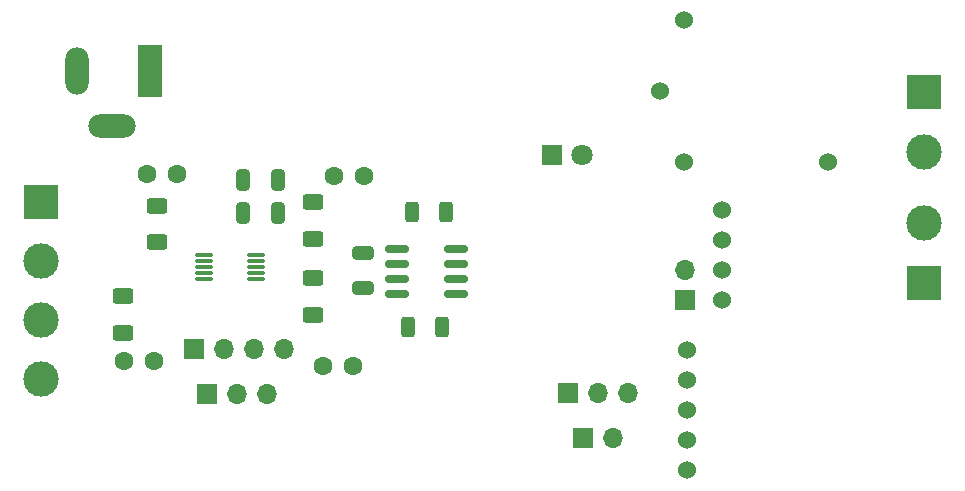
<source format=gbr>
%TF.GenerationSoftware,KiCad,Pcbnew,8.0.3*%
%TF.CreationDate,2024-10-20T16:03:45+03:00*%
%TF.ProjectId,SmartPot,536d6172-7450-46f7-942e-6b696361645f,rev?*%
%TF.SameCoordinates,Original*%
%TF.FileFunction,Soldermask,Bot*%
%TF.FilePolarity,Negative*%
%FSLAX46Y46*%
G04 Gerber Fmt 4.6, Leading zero omitted, Abs format (unit mm)*
G04 Created by KiCad (PCBNEW 8.0.3) date 2024-10-20 16:03:45*
%MOMM*%
%LPD*%
G01*
G04 APERTURE LIST*
G04 Aperture macros list*
%AMRoundRect*
0 Rectangle with rounded corners*
0 $1 Rounding radius*
0 $2 $3 $4 $5 $6 $7 $8 $9 X,Y pos of 4 corners*
0 Add a 4 corners polygon primitive as box body*
4,1,4,$2,$3,$4,$5,$6,$7,$8,$9,$2,$3,0*
0 Add four circle primitives for the rounded corners*
1,1,$1+$1,$2,$3*
1,1,$1+$1,$4,$5*
1,1,$1+$1,$6,$7*
1,1,$1+$1,$8,$9*
0 Add four rect primitives between the rounded corners*
20,1,$1+$1,$2,$3,$4,$5,0*
20,1,$1+$1,$4,$5,$6,$7,0*
20,1,$1+$1,$6,$7,$8,$9,0*
20,1,$1+$1,$8,$9,$2,$3,0*%
G04 Aperture macros list end*
%ADD10C,1.600000*%
%ADD11R,1.700000X1.700000*%
%ADD12O,1.700000X1.700000*%
%ADD13R,3.000000X3.000000*%
%ADD14C,3.000000*%
%ADD15R,2.000000X4.500000*%
%ADD16O,2.000000X4.000000*%
%ADD17O,4.000000X2.000000*%
%ADD18R,1.800000X1.800000*%
%ADD19C,1.800000*%
%ADD20C,1.524000*%
%ADD21RoundRect,0.250000X-0.312500X-0.625000X0.312500X-0.625000X0.312500X0.625000X-0.312500X0.625000X0*%
%ADD22RoundRect,0.075000X0.650000X0.075000X-0.650000X0.075000X-0.650000X-0.075000X0.650000X-0.075000X0*%
%ADD23RoundRect,0.250000X0.625000X-0.400000X0.625000X0.400000X-0.625000X0.400000X-0.625000X-0.400000X0*%
%ADD24RoundRect,0.150000X0.825000X0.150000X-0.825000X0.150000X-0.825000X-0.150000X0.825000X-0.150000X0*%
%ADD25RoundRect,0.250000X-0.650000X0.325000X-0.650000X-0.325000X0.650000X-0.325000X0.650000X0.325000X0*%
%ADD26RoundRect,0.250000X0.312500X0.625000X-0.312500X0.625000X-0.312500X-0.625000X0.312500X-0.625000X0*%
%ADD27RoundRect,0.250000X-0.325000X-0.650000X0.325000X-0.650000X0.325000X0.650000X-0.325000X0.650000X0*%
%ADD28RoundRect,0.250000X-0.625000X0.400000X-0.625000X-0.400000X0.625000X-0.400000X0.625000X0.400000X0*%
G04 APERTURE END LIST*
D10*
%TO.C,R7*%
X180960000Y-114550000D03*
X183500000Y-114550000D03*
%TD*%
%TO.C,R9*%
X198760000Y-98850000D03*
X201300000Y-98850000D03*
%TD*%
D11*
%TO.C,J5*%
X218575000Y-117200000D03*
D12*
X221115000Y-117200000D03*
X223655000Y-117200000D03*
%TD*%
D13*
%TO.C,J1*%
X248725000Y-107905000D03*
D14*
X248725000Y-102825000D03*
%TD*%
D15*
%TO.C,J4*%
X183150000Y-89925000D03*
D16*
X176950000Y-89925000D03*
D17*
X179950000Y-94625000D03*
%TD*%
D11*
%TO.C,J3*%
X188000000Y-117275000D03*
D12*
X190540000Y-117275000D03*
X193080000Y-117275000D03*
%TD*%
D18*
%TO.C,D3*%
X217160000Y-97100000D03*
D19*
X219700000Y-97100000D03*
%TD*%
D13*
%TO.C,J9*%
X173900000Y-101050000D03*
D14*
X173900000Y-106050000D03*
X173900000Y-111050000D03*
X173900000Y-116050000D03*
%TD*%
D13*
%TO.C,J2*%
X248700000Y-91720000D03*
D14*
X248700000Y-96800000D03*
%TD*%
D20*
%TO.C,U8*%
X228606000Y-113605000D03*
X228606000Y-116145000D03*
X228606000Y-118685000D03*
X228606000Y-121225000D03*
X228606000Y-123765000D03*
%TD*%
D11*
%TO.C,J8*%
X219835000Y-121000000D03*
D12*
X222375000Y-121000000D03*
%TD*%
D11*
%TO.C,J7*%
X228475000Y-109325000D03*
D12*
X228475000Y-106785000D03*
%TD*%
D10*
%TO.C,R6*%
X182860000Y-98700000D03*
X185400000Y-98700000D03*
%TD*%
D20*
%TO.C,K1*%
X226350000Y-91650000D03*
X240550000Y-97650000D03*
X228350000Y-85650000D03*
X228350000Y-97650000D03*
%TD*%
D11*
%TO.C,J6*%
X186880000Y-113475000D03*
D12*
X189420000Y-113475000D03*
X191960000Y-113475000D03*
X194500000Y-113475000D03*
%TD*%
D10*
%TO.C,R8*%
X197785000Y-114900000D03*
X200325000Y-114900000D03*
%TD*%
D20*
%TO.C,U7*%
X231606000Y-101750000D03*
X231606000Y-104290000D03*
X231606000Y-106830000D03*
X231606000Y-109370000D03*
%TD*%
D21*
%TO.C,R1*%
X205300000Y-101900000D03*
X208225000Y-101900000D03*
%TD*%
D22*
%TO.C,U2*%
X192100000Y-105550000D03*
X192100000Y-106050000D03*
X192100000Y-106550000D03*
X192100000Y-107050000D03*
X192100000Y-107550000D03*
X187700000Y-107550000D03*
X187700000Y-107050000D03*
X187700000Y-106550000D03*
X187700000Y-106050000D03*
X187700000Y-105550000D03*
%TD*%
D23*
%TO.C,R12*%
X196950000Y-104175000D03*
X196950000Y-101075000D03*
%TD*%
D24*
%TO.C,U4*%
X209050000Y-105010000D03*
X209050000Y-106280000D03*
X209050000Y-107550000D03*
X209050000Y-108820000D03*
X204100000Y-108820000D03*
X204100000Y-107550000D03*
X204100000Y-106280000D03*
X204100000Y-105010000D03*
%TD*%
D25*
%TO.C,C1*%
X201150000Y-105400000D03*
X201150000Y-108350000D03*
%TD*%
D26*
%TO.C,R2*%
X207912500Y-111650000D03*
X204987500Y-111650000D03*
%TD*%
D23*
%TO.C,R10*%
X183775000Y-104450000D03*
X183775000Y-101350000D03*
%TD*%
D27*
%TO.C,C2*%
X191000000Y-101950000D03*
X193950000Y-101950000D03*
%TD*%
D28*
%TO.C,R11*%
X196925000Y-107475000D03*
X196925000Y-110575000D03*
%TD*%
D27*
%TO.C,C3*%
X191050000Y-99225000D03*
X194000000Y-99225000D03*
%TD*%
D28*
%TO.C,R13*%
X180900000Y-109025000D03*
X180900000Y-112125000D03*
%TD*%
M02*

</source>
